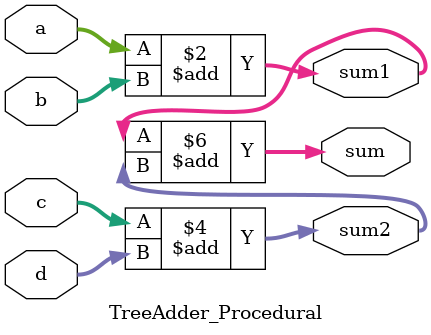
<source format=v>
module TreeAdder_Procedural(
		input [3:0]a,
		input [3:0]b,
		input [7:0]c,
		input [7:0]d,
		output reg [4:0]sum1,
		output reg [8:0]sum2,
		output reg [9:0]sum
	);

	always @(a or b) begin
		sum1 = a + b;
	end

	always @(c or d )begin
		sum2 = c + d;
	end

	always @(sum1 or sum2)begin
		sum = sum1 + sum2 ;
	end

endmodule

</source>
